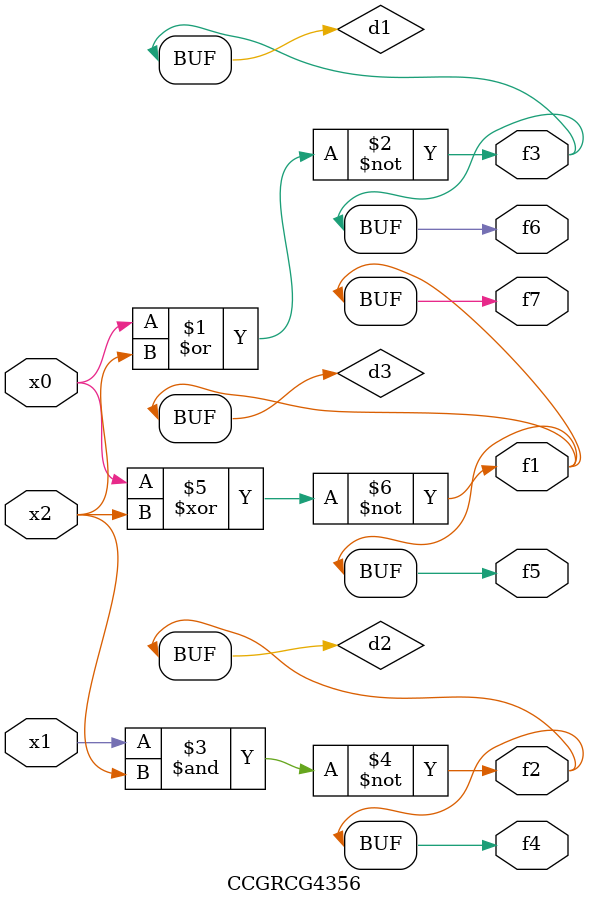
<source format=v>
module CCGRCG4356(
	input x0, x1, x2,
	output f1, f2, f3, f4, f5, f6, f7
);

	wire d1, d2, d3;

	nor (d1, x0, x2);
	nand (d2, x1, x2);
	xnor (d3, x0, x2);
	assign f1 = d3;
	assign f2 = d2;
	assign f3 = d1;
	assign f4 = d2;
	assign f5 = d3;
	assign f6 = d1;
	assign f7 = d3;
endmodule

</source>
